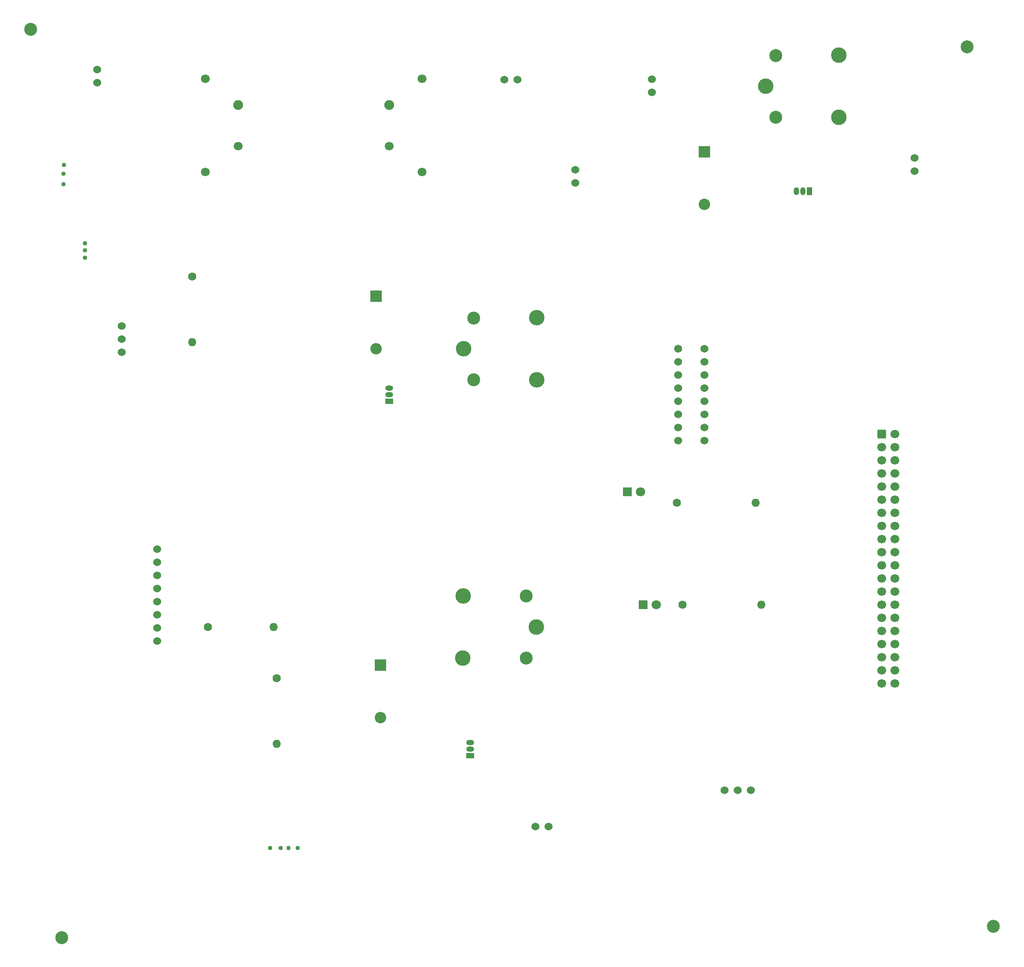
<source format=gbr>
%TF.GenerationSoftware,KiCad,Pcbnew,(6.0.2)*%
%TF.CreationDate,2023-04-19T16:32:00+03:00*%
%TF.ProjectId,Pond_circuit,506f6e64-5f63-4697-9263-7569742e6b69,rev?*%
%TF.SameCoordinates,Original*%
%TF.FileFunction,Soldermask,Top*%
%TF.FilePolarity,Negative*%
%FSLAX46Y46*%
G04 Gerber Fmt 4.6, Leading zero omitted, Abs format (unit mm)*
G04 Created by KiCad (PCBNEW (6.0.2)) date 2023-04-19 16:32:00*
%MOMM*%
%LPD*%
G01*
G04 APERTURE LIST*
G04 Aperture macros list*
%AMRoundRect*
0 Rectangle with rounded corners*
0 $1 Rounding radius*
0 $2 $3 $4 $5 $6 $7 $8 $9 X,Y pos of 4 corners*
0 Add a 4 corners polygon primitive as box body*
4,1,4,$2,$3,$4,$5,$6,$7,$8,$9,$2,$3,0*
0 Add four circle primitives for the rounded corners*
1,1,$1+$1,$2,$3*
1,1,$1+$1,$4,$5*
1,1,$1+$1,$6,$7*
1,1,$1+$1,$8,$9*
0 Add four rect primitives between the rounded corners*
20,1,$1+$1,$2,$3,$4,$5,0*
20,1,$1+$1,$4,$5,$6,$7,0*
20,1,$1+$1,$6,$7,$8,$9,0*
20,1,$1+$1,$8,$9,$2,$3,0*%
G04 Aperture macros list end*
%ADD10C,1.524000*%
%ADD11C,2.500000*%
%ADD12C,1.900000*%
%ADD13C,1.700000*%
%ADD14C,3.000000*%
%ADD15C,1.600000*%
%ADD16O,1.600000X1.600000*%
%ADD17R,1.500000X1.050000*%
%ADD18O,1.500000X1.050000*%
%ADD19R,1.800000X1.800000*%
%ADD20C,1.800000*%
%ADD21RoundRect,0.250000X-0.600000X-0.600000X0.600000X-0.600000X0.600000X0.600000X-0.600000X0.600000X0*%
%ADD22C,1.546000*%
%ADD23C,0.850000*%
%ADD24O,0.850000X0.850000*%
%ADD25R,2.200000X2.200000*%
%ADD26O,2.200000X2.200000*%
%ADD27R,1.050000X1.500000*%
%ADD28O,1.050000X1.500000*%
G04 APERTURE END LIST*
D10*
%TO.C,J14*%
X198501000Y-44119800D03*
X198501000Y-46659800D03*
%TD*%
D11*
%TO.C,H4*%
X279400000Y-190500000D03*
%TD*%
D12*
%TO.C,U3*%
X162560000Y-31560000D03*
D13*
X162560000Y-39560000D03*
%TD*%
D14*
%TO.C,K1*%
X190973600Y-132638800D03*
D11*
X189023600Y-126588800D03*
D14*
X176823600Y-126588800D03*
X176773600Y-138638800D03*
D11*
X189023600Y-138588800D03*
%TD*%
D15*
%TO.C,R3*%
X140817600Y-142494000D03*
D16*
X140817600Y-155194000D03*
%TD*%
D17*
%TO.C,Q2*%
X162560000Y-88900000D03*
D18*
X162560000Y-87630000D03*
X162560000Y-86360000D03*
%TD*%
D10*
%TO.C,J5*%
X110794800Y-74320400D03*
X110794800Y-76860400D03*
X110794800Y-79400400D03*
%TD*%
D13*
%TO.C,U1*%
X127000000Y-44560000D03*
X127000000Y-26560000D03*
%TD*%
D17*
%TO.C,Q1*%
X178210800Y-157530800D03*
D18*
X178210800Y-156260800D03*
X178210800Y-154990800D03*
%TD*%
D12*
%TO.C,U2*%
X133350000Y-31560000D03*
D13*
X133350000Y-39560000D03*
%TD*%
D19*
%TO.C,D3*%
X211678600Y-128270000D03*
D20*
X214218600Y-128270000D03*
%TD*%
D13*
%TO.C,U4*%
X168910000Y-26560000D03*
X168910000Y-44560000D03*
%TD*%
D21*
%TO.C,J12*%
X257810000Y-95250000D03*
D13*
X260350000Y-95250000D03*
X257810000Y-97790000D03*
X260350000Y-97790000D03*
X257810000Y-100330000D03*
X260350000Y-100330000D03*
X257810000Y-102870000D03*
X260350000Y-102870000D03*
X257810000Y-105410000D03*
X260350000Y-105410000D03*
X257810000Y-107950000D03*
X260350000Y-107950000D03*
X257810000Y-110490000D03*
X260350000Y-110490000D03*
X257810000Y-113030000D03*
X260350000Y-113030000D03*
X257810000Y-115570000D03*
X260350000Y-115570000D03*
X257810000Y-118110000D03*
X260350000Y-118110000D03*
X257810000Y-120650000D03*
X260350000Y-120650000D03*
X257810000Y-123190000D03*
X260350000Y-123190000D03*
X257810000Y-125730000D03*
X260350000Y-125730000D03*
X257810000Y-128270000D03*
X260350000Y-128270000D03*
X257810000Y-130810000D03*
X260350000Y-130810000D03*
X257810000Y-133350000D03*
X260350000Y-133350000D03*
X257810000Y-135890000D03*
X260350000Y-135890000D03*
X257810000Y-138430000D03*
X260350000Y-138430000D03*
X257810000Y-140970000D03*
X260350000Y-140970000D03*
X257810000Y-143510000D03*
X260350000Y-143510000D03*
%TD*%
D15*
%TO.C,R5*%
X219303600Y-128320800D03*
D16*
X234543600Y-128320800D03*
%TD*%
D10*
%TO.C,J11*%
X213360000Y-26575000D03*
X213360000Y-29115000D03*
%TD*%
D15*
%TO.C,R1*%
X124460000Y-64770000D03*
D16*
X124460000Y-77470000D03*
%TD*%
D10*
%TO.C,J10*%
X227431600Y-164185600D03*
X229971600Y-164185600D03*
X232511600Y-164185600D03*
%TD*%
D11*
%TO.C,K3*%
X237290000Y-21990000D03*
D14*
X249540000Y-21940000D03*
X249490000Y-33990000D03*
D11*
X237290000Y-33990000D03*
D14*
X235340000Y-27940000D03*
%TD*%
D11*
%TO.C,H1*%
X93243400Y-16941800D03*
%TD*%
D10*
%TO.C,J7*%
X106045000Y-24765000D03*
X106045000Y-27305000D03*
%TD*%
D22*
%TO.C,J6*%
X218440000Y-78740000D03*
D10*
X218440000Y-81280000D03*
X218440000Y-83820000D03*
X218440000Y-86360000D03*
X218440000Y-88900000D03*
X218440000Y-91440000D03*
X218440000Y-93980000D03*
X218440000Y-96520000D03*
X223520000Y-96520000D03*
X223520000Y-93980000D03*
X223520000Y-91440000D03*
X223520000Y-88900000D03*
X223520000Y-86360000D03*
X223520000Y-83820000D03*
X223520000Y-81280000D03*
X223520000Y-78740000D03*
%TD*%
D23*
%TO.C,J3*%
X99568000Y-46888400D03*
D24*
X99517200Y-44907200D03*
X99618800Y-43180000D03*
%TD*%
D10*
%TO.C,J13*%
X264160000Y-41815000D03*
X264160000Y-44355000D03*
%TD*%
D25*
%TO.C,D5*%
X223520000Y-40640000D03*
D26*
X223520000Y-50800000D03*
%TD*%
D10*
%TO.C,J4*%
X117652800Y-117551200D03*
X117652800Y-120091200D03*
X117652800Y-122631200D03*
X117652800Y-125171200D03*
X117652800Y-127711200D03*
X117652800Y-130251200D03*
X117652800Y-132791200D03*
X117652800Y-135331200D03*
%TD*%
D25*
%TO.C,D4*%
X160020000Y-68580000D03*
D26*
X160020000Y-78740000D03*
%TD*%
D14*
%TO.C,K2*%
X176920000Y-78740000D03*
D11*
X178870000Y-84790000D03*
D14*
X191070000Y-84790000D03*
X191120000Y-72740000D03*
D11*
X178870000Y-72790000D03*
%TD*%
D23*
%TO.C,J1*%
X103682800Y-58369200D03*
D24*
X103682800Y-59690000D03*
X103682800Y-61163200D03*
%TD*%
D19*
%TO.C,D2*%
X208579800Y-106476800D03*
D20*
X211119800Y-106476800D03*
%TD*%
D27*
%TO.C,Q3*%
X243840000Y-48260000D03*
D28*
X242570000Y-48260000D03*
X241300000Y-48260000D03*
%TD*%
D15*
%TO.C,R4*%
X218186000Y-108559600D03*
D16*
X233426000Y-108559600D03*
%TD*%
D10*
%TO.C,J8*%
X190855600Y-171246800D03*
X193395600Y-171246800D03*
%TD*%
D15*
%TO.C,R2*%
X127457200Y-132588000D03*
D16*
X140157200Y-132588000D03*
%TD*%
D25*
%TO.C,D1*%
X160832800Y-139954000D03*
D26*
X160832800Y-150114000D03*
%TD*%
D23*
%TO.C,J2*%
X144856200Y-175361600D03*
D24*
X143078200Y-175361600D03*
X141554200Y-175361600D03*
X139522200Y-175361600D03*
%TD*%
D10*
%TO.C,J9*%
X184785000Y-26670000D03*
X187325000Y-26670000D03*
%TD*%
D11*
%TO.C,H3*%
X99212400Y-192684400D03*
%TD*%
%TO.C,H2*%
X274320000Y-20320000D03*
%TD*%
M02*

</source>
